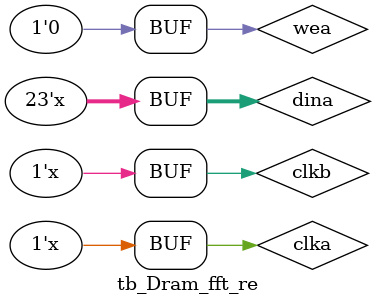
<source format=v>
`timescale 1ns / 1ps


module tb_Dram_fft_re;

	// Inputs
	reg clka;
	reg [0:0] wea;
	reg [7:0] addra;
	reg [22:0] dina;
	reg clkb;
	reg [7:0] addrb;

	// Outputs
	wire [22:0] doutb;

	// Instantiate the Unit Under Test (UUT)
	Dram_fft_re uut (
		.clka(clka), 
		.wea(wea), 
		.addra(addra), 
		.dina(dina), 
		.clkb(clkb), 
		.addrb(addrb), 
		.doutb(doutb)
	);

	initial begin
		// Initialize Inputs
		clka = 0;
		wea = 0;
		addra = 0;
		dina = 0;
		clkb = 0;
		addrb = 0;

		// Wait 100 ns for global reset to finish
		#100;
        
		// Add stimulus here
      wea=0;
		#1000;
		wea=1;
		#1000;
		wea=0;
	end
	always @(posedge clka)
	   begin
        addra<=addra+1;		
		end
	always @(posedge clkb)
	   begin
        addrb<=addrb+1;		
		end
	always #20 dina<=dina+1'b1;
   always #10 clka<=~clka;
   always #10 clkb<=~clkb;     
endmodule


</source>
